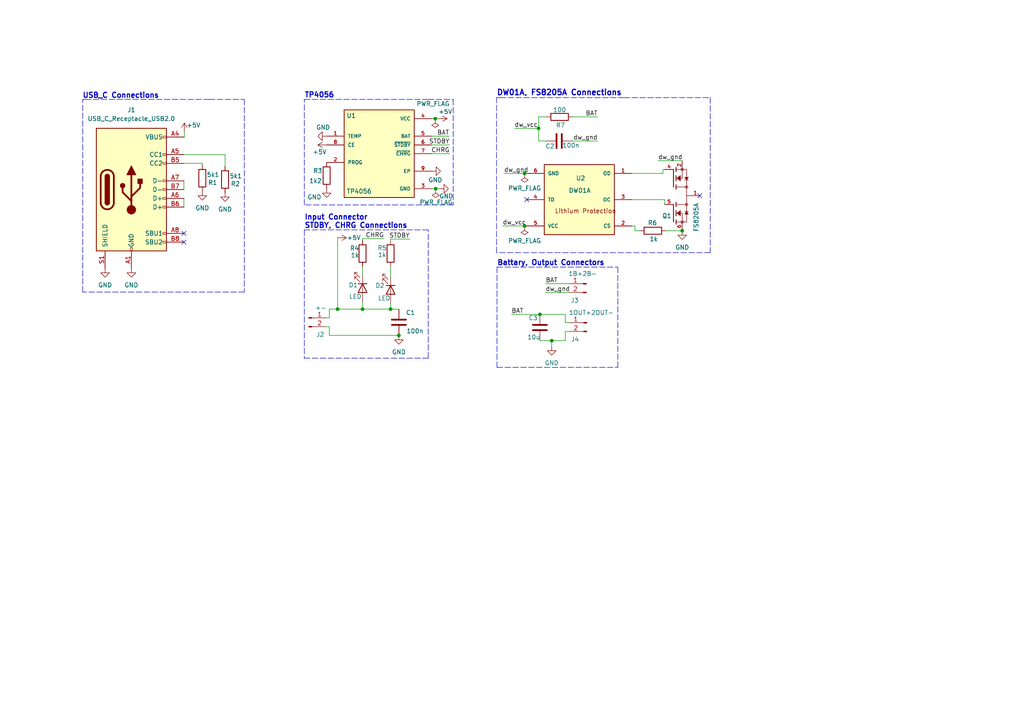
<source format=kicad_sch>
(kicad_sch (version 20230121) (generator eeschema)
  (paper "A4")
  (lib_symbols
    (symbol "Connector:Conn_01x02_Pin" (pin_names (offset 1.016) hide)
      (property "Reference" "J" (at 0 2.54 0))
      (property "Value" "Conn_01x02_Pin" (at 0 -5.08 0))
      (symbol "Conn_01x02_Pin_1_1"
        (polyline (pts (xy 1.27 -2.54) (xy 0.8636 -2.54)) (stroke (width 0.1524)))
        (polyline (pts (xy 1.27 0) (xy 0.8636 0)) (stroke (width 0.1524)))
        (rectangle (start 0.8636 -2.413) (end 0 -2.667) (stroke (width 0.1524)) (fill (type outline)))
        (rectangle (start 0.8636 0.127) (end 0 -0.127) (stroke (width 0.1524)) (fill (type outline)))
        (pin passive line (at 5.08 0 180) (length 3.81) (name "Pin_1") (number "1"))
        (pin passive line (at 5.08 -2.54 180) (length 3.81) (name "Pin_2") (number "2"))
      )
    )
    (symbol "Connector:USB_C_Receptacle_USB2.0" (pin_names (offset 1.016))
      (property "Reference" "J" (at -10.16 19.05 0))
      (property "Value" "USB_C_Receptacle_USB2.0" (at 19.05 19.05 0))
      (symbol "USB_C_Receptacle_USB2.0_0_0"
        (rectangle (start -0.254 -17.78) (end 0.254 -16.764))
        (rectangle (start 10.16 -14.986) (end 9.144 -15.494))
        (rectangle (start 10.16 -12.446) (end 9.144 -12.954))
        (rectangle (start 10.16 -4.826) (end 9.144 -5.334))
        (rectangle (start 10.16 -2.286) (end 9.144 -2.794))
        (rectangle (start 10.16 0.254) (end 9.144 -0.254))
        (rectangle (start 10.16 2.794) (end 9.144 2.286))
        (rectangle (start 10.16 7.874) (end 9.144 7.366))
        (rectangle (start 10.16 10.414) (end 9.144 9.906))
        (rectangle (start 10.16 15.494) (end 9.144 14.986))
      )
      (symbol "USB_C_Receptacle_USB2.0_0_1"
        (rectangle (start -10.16 17.78) (end 10.16 -17.78) (stroke (width 0.254)) (fill (type background)))
        (arc (start -8.89 -3.81) (mid -6.985 -5.7067) (end -5.08 -3.81) (stroke (width 0.508)))
        (arc (start -7.62 -3.81) (mid -6.985 -4.4423) (end -6.35 -3.81) (stroke (width 0.254)))
        (arc (start -7.62 -3.81) (mid -6.985 -4.4423) (end -6.35 -3.81) (stroke (width 0.254)) (fill (type outline)))
        (rectangle (start -7.62 -3.81) (end -6.35 3.81) (stroke (width 0.254)) (fill (type outline)))
        (arc (start -6.35 3.81) (mid -6.985 4.4423) (end -7.62 3.81) (stroke (width 0.254)))
        (arc (start -6.35 3.81) (mid -6.985 4.4423) (end -7.62 3.81) (stroke (width 0.254)) (fill (type outline)))
        (arc (start -5.08 3.81) (mid -6.985 5.7067) (end -8.89 3.81) (stroke (width 0.508)))
        (circle (center -2.54 1.143) (radius 0.635) (stroke (width 0.254)) (fill (type outline)))
        (circle (center 0 -5.842) (radius 1.27) (fill (type outline)))
        (polyline (pts (xy -8.89 -3.81) (xy -8.89 3.81)) (stroke (width 0.508)))
        (polyline (pts (xy -5.08 3.81) (xy -5.08 -3.81)) (stroke (width 0.508)))
        (polyline (pts (xy 0 -5.842) (xy 0 4.318)) (stroke (width 0.508)))
        (polyline (pts (xy 0 -3.302) (xy -2.54 -0.762) (xy -2.54 0.508)) (stroke (width 0.508)))
        (polyline (pts (xy 0 -2.032) (xy 2.54 0.508) (xy 2.54 1.778)) (stroke (width 0.508)))
        (polyline (pts (xy -1.27 4.318) (xy 0 6.858) (xy 1.27 4.318) (xy -1.27 4.318)) (stroke (width 0.254)) (fill (type outline)))
        (rectangle (start 1.905 1.778) (end 3.175 3.048) (stroke (width 0.254)) (fill (type outline)))
      )
      (symbol "USB_C_Receptacle_USB2.0_1_1"
        (pin passive line (at 0 -22.86 90) (length 5.08) (name "GND") (number "A1"))
        (pin passive line (at 0 -22.86 90) (length 5.08) hide (name "GND") (number "A12"))
        (pin passive line (at 15.24 15.24 180) (length 5.08) (name "VBUS") (number "A4"))
        (pin bidirectional line (at 15.24 10.16 180) (length 5.08) (name "CC1") (number "A5"))
        (pin bidirectional line (at 15.24 -2.54 180) (length 5.08) (name "D+") (number "A6"))
        (pin bidirectional line (at 15.24 2.54 180) (length 5.08) (name "D-") (number "A7"))
        (pin bidirectional line (at 15.24 -12.7 180) (length 5.08) (name "SBU1") (number "A8"))
        (pin passive line (at 15.24 15.24 180) (length 5.08) hide (name "VBUS") (number "A9"))
        (pin passive line (at 0 -22.86 90) (length 5.08) hide (name "GND") (number "B1"))
        (pin passive line (at 0 -22.86 90) (length 5.08) hide (name "GND") (number "B12"))
        (pin passive line (at 15.24 15.24 180) (length 5.08) hide (name "VBUS") (number "B4"))
        (pin bidirectional line (at 15.24 7.62 180) (length 5.08) (name "CC2") (number "B5"))
        (pin bidirectional line (at 15.24 -5.08 180) (length 5.08) (name "D+") (number "B6"))
        (pin bidirectional line (at 15.24 0 180) (length 5.08) (name "D-") (number "B7"))
        (pin bidirectional line (at 15.24 -15.24 180) (length 5.08) (name "SBU2") (number "B8"))
        (pin passive line (at 15.24 15.24 180) (length 5.08) hide (name "VBUS") (number "B9"))
        (pin passive line (at -7.62 -22.86 90) (length 5.08) (name "SHIELD") (number "S1"))
      )
    )
    (symbol "DW01A:DW01A" (pin_names (offset 1.016))
      (property "Reference" "U" (at -5.08 11.43 0))
      (property "Value" "DW01A" (at -5.08 -12.7 0))
      (symbol "DW01A_0_0"
        (rectangle (start -10.16 -10.16) (end 10.16 10.16) (stroke (width 0.254)) (fill (type background)))
        (text "Lithium Protection" (at -7.112 2.54 0) (effects (font (size 1.27 1.27)) (justify left bottom)))
        (pin bidirectional line (at 15.24 -7.62 180) (length 5.08) (name "OD") (number "1"))
        (pin bidirectional line (at 15.24 7.62 180) (length 5.08) (name "CS") (number "2"))
        (pin bidirectional line (at 15.24 0 180) (length 5.08) (name "OC") (number "3"))
        (pin bidirectional line (at -15.24 0 0) (length 5.08) (name "TD") (number "4"))
        (pin power_in line (at -15.24 7.62 0) (length 5.08) (name "VCC") (number "5"))
        (pin power_in line (at -15.24 -7.62 0) (length 5.08) (name "GND") (number "6"))
      )
    )
    (symbol "Device:C" (pin_numbers hide) (pin_names (offset 0.254))
      (property "Reference" "C" (at 0.635 2.54 0))
      (property "Value" "C" (at 0.635 -2.54 0))
      (symbol "C_0_1"
        (polyline (pts (xy -2.032 -0.762) (xy 2.032 -0.762)) (stroke (width 0.508)))
        (polyline (pts (xy -2.032 0.762) (xy 2.032 0.762)) (stroke (width 0.508)))
      )
      (symbol "C_1_1"
        (pin passive line (at 0 3.81 270) (length 2.794) (name "~") (number "1"))
        (pin passive line (at 0 -3.81 90) (length 2.794) (name "~") (number "2"))
      )
    )
    (symbol "Device:LED" (pin_numbers hide) (pin_names (offset 1.016) hide)
      (property "Reference" "D" (at 0 2.54 0))
      (property "Value" "LED" (at 0 -2.54 0))
      (symbol "LED_0_1"
        (polyline (pts (xy -1.27 -1.27) (xy -1.27 1.27)) (stroke (width 0.254)))
        (polyline (pts (xy -1.27 0) (xy 1.27 0)))
        (polyline (pts (xy 1.27 -1.27) (xy 1.27 1.27) (xy -1.27 0) (xy 1.27 -1.27)) (stroke (width 0.254)))
        (polyline (pts (xy -3.048 -0.762) (xy -4.572 -2.286) (xy -3.81 -2.286) (xy -4.572 -2.286) (xy -4.572 -1.524)))
        (polyline (pts (xy -1.778 -0.762) (xy -3.302 -2.286) (xy -2.54 -2.286) (xy -3.302 -2.286) (xy -3.302 -1.524)))
      )
      (symbol "LED_1_1"
        (pin passive line (at -3.81 0 0) (length 2.54) (name "K") (number "1"))
        (pin passive line (at 3.81 0 180) (length 2.54) (name "A") (number "2"))
      )
    )
    (symbol "Device:R" (pin_numbers hide) (pin_names (offset 0))
      (property "Reference" "R" (at 2.032 0 90))
      (property "Value" "R" (at 0 0 90))
      (symbol "R_0_1"
        (rectangle (start -1.016 -2.54) (end 1.016 2.54) (stroke (width 0.254)))
      )
      (symbol "R_1_1"
        (pin passive line (at 0 3.81 270) (length 1.27) (name "~") (number "1"))
        (pin passive line (at 0 -3.81 90) (length 1.27) (name "~") (number "2"))
      )
    )
    (symbol "FS8205A:FS8205A" (pin_names (offset 1.016))
      (property "Reference" "Q" (at -11.43 7.62 0))
      (property "Value" "FS8205A" (at -11.43 -12.7 0))
      (symbol "FS8205A_0_0"
        (circle (center 0 -7.62) (radius 0.3592))
        (polyline (pts (xy -2.54 -2.54) (xy -2.54 -7.62)) (stroke (width 0.254)))
        (polyline (pts (xy -2.54 7.62) (xy -2.54 2.54)) (stroke (width 0.254)))
        (polyline (pts (xy -1.778 -7.62) (xy -1.778 -8.255)) (stroke (width 0.254)))
        (polyline (pts (xy -1.778 -6.985) (xy -1.778 -7.62)) (stroke (width 0.254)))
        (polyline (pts (xy -1.778 -5.08) (xy -1.778 -5.842)) (stroke (width 0.254)))
        (polyline (pts (xy -1.778 -5.08) (xy 0 -5.08)) (stroke (width 0.1524)))
        (polyline (pts (xy -1.778 -4.318) (xy -1.778 -5.08)) (stroke (width 0.254)))
        (polyline (pts (xy -1.778 -2.54) (xy -1.778 -3.175)) (stroke (width 0.254)))
        (polyline (pts (xy -1.778 -2.54) (xy 1.27 -2.54)) (stroke (width 0.1524)))
        (polyline (pts (xy -1.778 -1.905) (xy -1.778 -2.54)) (stroke (width 0.254)))
        (polyline (pts (xy -1.778 2.54) (xy -1.778 1.905)) (stroke (width 0.254)))
        (polyline (pts (xy -1.778 3.175) (xy -1.778 2.54)) (stroke (width 0.254)))
        (polyline (pts (xy -1.778 5.08) (xy -1.778 4.318)) (stroke (width 0.254)))
        (polyline (pts (xy -1.778 5.08) (xy 0 5.08)) (stroke (width 0.1524)))
        (polyline (pts (xy -1.778 5.842) (xy -1.778 5.08)) (stroke (width 0.254)))
        (polyline (pts (xy -1.778 7.62) (xy -1.778 6.985)) (stroke (width 0.254)))
        (polyline (pts (xy -1.778 7.62) (xy 1.27 7.62)) (stroke (width 0.1524)))
        (polyline (pts (xy -1.778 8.255) (xy -1.778 7.62)) (stroke (width 0.254)))
        (polyline (pts (xy 0 -7.62) (xy -1.778 -7.62)) (stroke (width 0.1524)))
        (polyline (pts (xy 0 -7.62) (xy 1.27 -7.62)) (stroke (width 0.1524)))
        (polyline (pts (xy 0 -5.08) (xy 0 -7.62)) (stroke (width 0.1524)))
        (polyline (pts (xy 0 7.62) (xy 0 5.08)) (stroke (width 0.1524)))
        (polyline (pts (xy 0.762 4.572) (xy 1.27 4.572)) (stroke (width 0.1524)))
        (polyline (pts (xy 1.27 -4.572) (xy 0.762 -4.572)) (stroke (width 0.1524)))
        (polyline (pts (xy 1.27 -4.572) (xy 1.27 -7.62)) (stroke (width 0.1524)))
        (polyline (pts (xy 1.27 -2.54) (xy 1.27 -4.572)) (stroke (width 0.1524)))
        (polyline (pts (xy 1.27 -2.54) (xy 1.27 0)) (stroke (width 0.1524)))
        (polyline (pts (xy 1.27 0) (xy 1.27 2.54)) (stroke (width 0.1524)))
        (polyline (pts (xy 1.27 0) (xy 2.54 0)) (stroke (width 0.1524)))
        (polyline (pts (xy 1.27 2.54) (xy -1.778 2.54)) (stroke (width 0.1524)))
        (polyline (pts (xy 1.27 2.54) (xy 1.27 4.572)) (stroke (width 0.1524)))
        (polyline (pts (xy 1.27 4.572) (xy 1.27 7.62)) (stroke (width 0.1524)))
        (polyline (pts (xy 1.27 4.572) (xy 1.778 4.572)) (stroke (width 0.1524)))
        (polyline (pts (xy 1.778 -4.572) (xy 1.27 -4.572)) (stroke (width 0.1524)))
        (polyline (pts (xy -1.524 -5.08) (xy -0.508 -4.318) (xy -0.508 -5.842) (xy -1.524 -5.08)) (stroke (width 0.1524)) (fill (type outline)))
        (polyline (pts (xy -1.524 5.08) (xy -0.508 5.842) (xy -0.508 4.318) (xy -1.524 5.08)) (stroke (width 0.1524)) (fill (type outline)))
        (polyline (pts (xy 1.27 -4.572) (xy 0.762 -5.334) (xy 1.778 -5.334) (xy 1.27 -4.572)) (stroke (width 0.1524)) (fill (type outline)))
        (polyline (pts (xy 1.27 4.572) (xy 1.778 5.334) (xy 0.762 5.334) (xy 1.27 4.572)) (stroke (width 0.1524)) (fill (type outline)))
        (circle (center 0 7.62) (radius 0.3592))
        (circle (center 1.27 -2.54) (radius 0.3592))
        (circle (center 1.27 2.54) (radius 0.3592))
        (pin passive line (at 5.08 0 180) (length 2.54) (name "~") (number "1"))
        (pin passive line (at 0 -10.16 90) (length 2.54) (name "~") (number "2"))
        (pin passive line (at -5.08 -7.62 0) (length 2.54) (name "~") (number "4"))
        (pin passive line (at -5.08 2.54 0) (length 2.54) (name "~") (number "5"))
        (pin passive line (at 0 10.16 270) (length 2.54) (name "~") (number "6"))
      )
    )
    (symbol "TP4056:TP4056" (pin_names (offset 1.016))
      (property "Reference" "U" (at -10.16 13.208 0))
      (property "Value" "TP4056" (at -10.16 -15.24 0))
      (symbol "TP4056_0_0"
        (rectangle (start -10.16 -12.7) (end 10.16 12.7) (stroke (width 0.254)) (fill (type background)))
        (pin input line (at -15.24 5.08 0) (length 5.08) (name "TEMP") (number "1"))
        (pin bidirectional line (at -15.24 -2.54 0) (length 5.08) (name "PROG") (number "2"))
        (pin power_in line (at 15.24 -10.16 180) (length 5.08) (name "GND") (number "3"))
        (pin power_in line (at 15.24 10.16 180) (length 5.08) (name "VCC") (number "4"))
        (pin output line (at 15.24 5.08 180) (length 5.08) (name "BAT") (number "5"))
        (pin output line (at 15.24 2.54 180) (length 5.08) (name "~{STDBY}") (number "6"))
        (pin output line (at 15.24 0 180) (length 5.08) (name "~{CHRG}") (number "7"))
        (pin input line (at -15.24 2.54 0) (length 5.08) (name "CE") (number "8"))
        (pin passive line (at 15.24 -5.08 180) (length 5.08) (name "EP") (number "9"))
      )
    )
    (symbol "power:+5V" (power) (pin_names (offset 0))
      (property "Value" "+5V" (at 0 3.556 0))
      (symbol "+5V_0_1"
        (polyline (pts (xy -0.762 1.27) (xy 0 2.54)))
        (polyline (pts (xy 0 0) (xy 0 2.54)))
        (polyline (pts (xy 0 2.54) (xy 0.762 1.27)))
      )
      (symbol "+5V_1_1"
        (pin power_in line (at 0 0 90) (length 0) hide (name "+5V") (number "1"))
      )
    )
    (symbol "power:GND" (power) (pin_names (offset 0))
      (property "Value" "GND" (at 0 -3.81 0))
      (symbol "GND_0_1"
        (polyline (pts (xy 0 0) (xy 0 -1.27) (xy 1.27 -1.27) (xy 0 -2.54) (xy -1.27 -1.27) (xy 0 -1.27)))
      )
      (symbol "GND_1_1"
        (pin power_in line (at 0 0 270) (length 0) hide (name "GND") (number "1"))
      )
    )
    (symbol "power:PWR_FLAG" (power) (pin_numbers hide) (pin_names (offset 0) hide)
      (property "Value" "PWR_FLAG" (at 0 3.81 0))
      (symbol "PWR_FLAG_0_0"
        (pin power_out line (at 0 0 90) (length 0) (name "pwr") (number "1"))
      )
      (symbol "PWR_FLAG_0_1"
        (polyline (pts (xy 0 0) (xy 0 1.27) (xy -1.016 1.905) (xy 0 2.54) (xy 1.016 1.905) (xy 0 1.27)))
      )
    )
  )
  (junction (at 105.156 89.662))
  (junction (at 156.21 37.211))
  (junction (at 126.238 34.417))
  (junction (at 126.365 54.737))
  (junction (at 197.866 66.929))
  (junction (at 113.284 89.662))
  (junction (at 115.697 97.282))
  (junction (at 156.591 91.186))
  (junction (at 152.146 65.532))
  (junction (at 152.146 50.292))
  (junction (at 97.917 89.662))
  (junction (at 160.02 98.806))
  (no_connect (at 53.34 67.691))
  (no_connect (at 152.781 57.912))
  (no_connect (at 202.946 56.769))
  (no_connect (at 53.34 70.231))
  (wire (pts (xy 163.957 91.186) (xy 156.591 91.186)))
  (polyline (pts (xy 124.206 28.829) (xy 88.265 28.829)) (stroke (width 0) (type dash)))
  (polyline (pts (xy 124.206 103.886) (xy 124.206 66.675)) (stroke (width 0) (type dash)))
  (polyline (pts (xy 205.994 28.321) (xy 205.994 73.279)) (stroke (width 0) (type dash)))
  (wire (pts (xy 53.34 39.751) (xy 53.467 39.751)))
  (wire (pts (xy 165.1 96.139) (xy 163.957 96.139)))
  (wire (pts (xy 160.02 98.806) (xy 156.591 98.806)))
  (wire (pts (xy 152.146 65.532) (xy 152.781 65.532)))
  (wire (pts (xy 192.278 49.149) (xy 192.278 50.292)))
  (wire (pts (xy 184.15 66.929) (xy 185.547 66.929)))
  (wire (pts (xy 125.222 39.497) (xy 130.302 39.497)))
  (wire (pts (xy 183.261 65.532) (xy 184.15 65.532)))
  (wire (pts (xy 105.156 89.662) (xy 113.284 89.662)))
  (polyline (pts (xy 131.445 28.829) (xy 131.445 59.436)) (stroke (width 0) (type dash)))
  (polyline (pts (xy 145.034 28.321) (xy 180.975 28.321)) (stroke (width 0) (type dash)))
  (wire (pts (xy 148.336 91.186) (xy 156.591 91.186)))
  (wire (pts (xy 95.504 94.742) (xy 95.504 97.282)))
  (wire (pts (xy 192.786 57.912) (xy 192.786 59.309)))
  (polyline (pts (xy 88.265 103.886) (xy 124.206 103.886)) (stroke (width 0) (type dash)))
  (polyline (pts (xy 144.145 77.47) (xy 144.145 106.553)) (stroke (width 0) (type dash)))
  (wire (pts (xy 53.34 52.451) (xy 53.34 54.991)))
  (wire (pts (xy 105.156 77.343) (xy 105.156 79.756)))
  (polyline (pts (xy 205.994 73.279) (xy 144.018 73.279)) (stroke (width 0) (type dash)))
  (wire (pts (xy 149.225 37.211) (xy 156.21 37.211)))
  (wire (pts (xy 53.34 44.831) (xy 65.278 44.831)))
  (wire (pts (xy 97.917 89.662) (xy 105.156 89.662)))
  (polyline (pts (xy 60.706 28.829) (xy 70.866 28.829)) (stroke (width 0) (type dash)))
  (wire (pts (xy 113.284 77.343) (xy 113.284 80.264)))
  (wire (pts (xy 156.21 33.909) (xy 158.496 33.909)))
  (polyline (pts (xy 144.145 77.47) (xy 179.197 77.47)) (stroke (width 0) (type dash)))
  (polyline (pts (xy 144.018 28.321) (xy 145.034 28.321)) (stroke (width 0) (type dash)))
  (polyline (pts (xy 88.265 59.436) (xy 88.265 28.829)) (stroke (width 0) (type dash)))
  (polyline (pts (xy 179.197 77.47) (xy 179.197 106.553)) (stroke (width 0) (type dash)))
  (polyline (pts (xy 124.206 28.829) (xy 131.445 28.829)) (stroke (width 0) (type dash)))
  (wire (pts (xy 158.242 84.836) (xy 164.973 84.836)))
  (polyline (pts (xy 24.003 84.709) (xy 24.003 28.829)) (stroke (width 0) (type dash)))
  (wire (pts (xy 127.508 54.737) (xy 126.365 54.737)))
  (wire (pts (xy 158.369 40.894) (xy 156.21 40.894)))
  (wire (pts (xy 127.127 34.417) (xy 126.238 34.417)))
  (wire (pts (xy 94.615 94.742) (xy 95.504 94.742)))
  (wire (pts (xy 190.881 46.609) (xy 197.866 46.609)))
  (wire (pts (xy 193.167 66.929) (xy 197.866 66.929)))
  (wire (pts (xy 97.917 68.961) (xy 97.917 89.662)))
  (wire (pts (xy 95.504 89.662) (xy 97.917 89.662)))
  (wire (pts (xy 158.242 82.296) (xy 164.973 82.296)))
  (polyline (pts (xy 24.003 28.829) (xy 24.765 28.829)) (stroke (width 0) (type dash)))
  (polyline (pts (xy 24.765 28.829) (xy 60.706 28.829)) (stroke (width 0) (type dash)))
  (wire (pts (xy 156.21 40.894) (xy 156.21 37.211)))
  (wire (pts (xy 53.34 47.371) (xy 58.674 47.371)))
  (polyline (pts (xy 144.145 106.553) (xy 179.197 106.553)) (stroke (width 0) (type dash)))
  (wire (pts (xy 126.365 54.737) (xy 125.222 54.737)))
  (wire (pts (xy 156.21 37.211) (xy 156.21 33.909)))
  (wire (pts (xy 95.504 97.282) (xy 115.697 97.282)))
  (wire (pts (xy 145.796 65.532) (xy 152.146 65.532)))
  (wire (pts (xy 126.238 34.417) (xy 125.222 34.417)))
  (wire (pts (xy 94.615 92.202) (xy 95.504 92.202)))
  (wire (pts (xy 53.467 39.751) (xy 53.467 38.227)))
  (polyline (pts (xy 180.975 28.321) (xy 205.994 28.321)) (stroke (width 0) (type dash)))
  (wire (pts (xy 146.177 50.292) (xy 152.146 50.292)))
  (wire (pts (xy 166.116 33.909) (xy 173.355 33.909)))
  (wire (pts (xy 105.156 87.376) (xy 105.156 89.662)))
  (wire (pts (xy 105.156 69.215) (xy 111.379 69.215)))
  (wire (pts (xy 113.284 89.662) (xy 115.697 89.662)))
  (wire (pts (xy 163.957 96.139) (xy 163.957 98.806)))
  (wire (pts (xy 125.222 44.577) (xy 130.429 44.577)))
  (wire (pts (xy 58.674 47.371) (xy 58.674 47.879)))
  (wire (pts (xy 165.989 40.894) (xy 173.355 40.894)))
  (wire (pts (xy 160.02 100.457) (xy 160.02 98.806)))
  (wire (pts (xy 113.284 69.342) (xy 113.284 69.723)))
  (wire (pts (xy 105.156 69.723) (xy 105.156 69.215)))
  (wire (pts (xy 53.34 57.531) (xy 53.34 60.071)))
  (polyline (pts (xy 70.866 28.829) (xy 70.866 84.709)) (stroke (width 0) (type dash)))
  (wire (pts (xy 192.278 50.292) (xy 183.261 50.292)))
  (wire (pts (xy 113.284 87.884) (xy 113.284 89.662)))
  (polyline (pts (xy 70.866 84.709) (xy 24.003 84.709)) (stroke (width 0) (type dash)))
  (wire (pts (xy 183.261 57.912) (xy 192.786 57.912)))
  (wire (pts (xy 184.15 65.532) (xy 184.15 66.929)))
  (polyline (pts (xy 131.445 59.436) (xy 88.265 59.436)) (stroke (width 0) (type dash)))
  (wire (pts (xy 160.02 98.806) (xy 163.957 98.806)))
  (polyline (pts (xy 144.018 73.279) (xy 144.018 28.321)) (stroke (width 0) (type dash)))
  (polyline (pts (xy 88.265 66.675) (xy 88.265 103.886)) (stroke (width 0) (type dash)))
  (wire (pts (xy 163.957 93.599) (xy 163.957 91.186)))
  (wire (pts (xy 113.284 69.342) (xy 118.872 69.342)))
  (wire (pts (xy 125.222 42.037) (xy 130.429 42.037)))
  (wire (pts (xy 192.278 49.149) (xy 192.786 49.149)))
  (wire (pts (xy 65.278 44.831) (xy 65.278 48.26)))
  (wire (pts (xy 95.504 92.202) (xy 95.504 89.662)))
  (wire (pts (xy 152.146 50.292) (xy 152.781 50.292)))
  (wire (pts (xy 165.1 93.599) (xy 163.957 93.599)))
  (polyline (pts (xy 124.206 66.675) (xy 88.265 66.675)) (stroke (width 0) (type dash)))
  (text "TP4056" (at 88.265 28.575 0) (effects (font (size 1.5 1.5) (thickness 0.3) bold) (justify left bottom)))
  (text "Battary, Output Connectors" (at 144.145 77.216 0) (effects (font (size 1.5 1.5) bold) (justify left bottom)))
  (text "DW01A, FS8205A Connections" (at 144.018 27.94 0) (effects (font (size 1.6 1.6) bold) (justify left bottom)))
  (text "USB_C Connections" (at 23.876 28.702 0) (effects (font (size 1.5 1.5) bold) (justify left bottom)))
  (text "Input Connector\nSTDBY, CHRG Connections\n" (at 88.265 66.421 0) (effects (font (size 1.5 1.5) (thickness 0.3) bold) (justify left bottom)))
  (label "CHRG" (at 111.379 69.215 180))
  (label "dw_gnd" (at 190.881 46.609 0))
  (label "BAT" (at 173.355 33.909 180))
  (label "dw_gnd" (at 146.177 50.292 0))
  (label "dw_vcc" (at 145.796 65.532 0))
  (label "BAT" (at 148.336 91.186 0))
  (label "BAT" (at 130.302 39.497 180))
  (label "CHRG" (at 130.429 44.577 180))
  (label "dw_gnd" (at 173.355 40.894 180))
  (label "dw_vcc" (at 149.225 37.211 0))
  (label "BAT" (at 158.242 82.296 0))
  (label "dw_gnd" (at 158.242 84.836 0))
  (label "STDBY" (at 118.872 69.342 180))
  (label "STDBY" (at 130.429 42.037 180))
  (symbol (lib_id "Device:LED") (at 105.156 83.566 270) (unit 1)
    (property "Reference" "D1" (at 101.092 82.677 90) (effects (justify left)))
    (property "Value" "LED" (at 101.219 85.979 90) (effects (justify left)))
    (property "Footprint" "LED_SMD:LED_0805_2012Metric_Pad1.15x1.40mm_HandSolder" (effects hide))
  )
  (symbol (lib_id "Device:C") (at 156.591 94.996 0) (unit 1)
    (property "Reference" "C3" (at 153.289 92.202 0) (effects (justify left)))
    (property "Value" "10u" (at 152.908 97.79 0) (effects (justify left)))
    (property "Footprint" "Capacitor_SMD:C_0603_1608Metric_Pad1.08x0.95mm_HandSolder" (effects hide))
  )
  (symbol (lib_id "power:+5V") (at 94.742 42.037 90) (unit 1)
    (property "Reference" "#PWR015" (effects hide))
    (property "Value" "+5V" (at 92.71 44.069 90))
  )
  (symbol (lib_id "power:GND") (at 115.697 97.282 0) (unit 1)
    (property "Reference" "#PWR010" (effects hide))
    (property "Value" "GND" (at 115.697 102.108 0))
  )
  (symbol (lib_id "power:GND") (at 127.508 54.737 90) (unit 1)
    (property "Reference" "#PWR017" (effects hide))
    (property "Value" "GND" (at 127.381 56.896 90) (effects (justify right)))
  )
  (symbol (lib_id "power:GND") (at 197.866 66.929 0) (unit 1)
    (property "Reference" "#PWR020" (effects hide))
    (property "Value" "GND" (at 197.866 71.755 0))
  )
  (symbol (lib_id "Connector:Conn_01x02_Pin") (at 89.535 92.202 0) (unit 1)
    (property "Reference" "J2" (at 94.107 97.028 0) (effects (justify right)))
    (property "Value" "+-" (at 94.742 89.281 0) (effects (justify right)))
    (property "Footprint" "Connector_PinHeader_2.54mm:PinHeader_1x02_P2.54mm_Vertical_SMD_Pin1Left" (effects hide))
  )
  (symbol (lib_id "power:GND") (at 38.1 77.851 0) (unit 1)
    (property "Reference" "#PWR02" (effects hide))
    (property "Value" "GND" (at 38.1 82.677 0))
  )
  (symbol (lib_id "power:GND") (at 125.222 49.657 90) (unit 1)
    (property "Reference" "#PWR018" (effects hide))
    (property "Value" "GND" (at 124.206 52.197 90) (effects (justify right)))
  )
  (symbol (lib_id "power:+5V") (at 97.917 68.961 270) (unit 1)
    (property "Reference" "#PWR09" (effects hide))
    (property "Value" "+5V" (at 102.616 68.961 90))
  )
  (symbol (lib_id "Connector:Conn_01x02_Pin") (at 170.053 82.296 0) (mirror y) (unit 1)
    (property "Reference" "J3" (at 165.481 87.122 0) (effects (justify right)))
    (property "Value" "1B+2B-" (at 164.846 79.375 0) (effects (justify right)))
    (property "Footprint" "Connector_PinHeader_2.54mm:PinHeader_1x02_P2.54mm_Vertical_SMD_Pin1Left" (effects hide))
  )
  (symbol (lib_id "power:GND") (at 65.278 55.88 0) (unit 1)
    (property "Reference" "#PWR05" (effects hide))
    (property "Value" "GND" (at 65.278 60.706 0))
  )
  (symbol (lib_id "Connector:Conn_01x02_Pin") (at 170.18 93.599 0) (mirror y) (unit 1)
    (property "Reference" "J4" (at 165.608 98.425 0) (effects (justify right)))
    (property "Value" "1OUT+2OUT- " (at 164.973 90.678 0) (effects (justify right)))
    (property "Footprint" "Connector_PinHeader_2.54mm:PinHeader_1x02_P2.54mm_Vertical_SMD_Pin1Left" (effects hide))
  )
  (symbol (lib_id "power:GND") (at 94.742 54.737 0) (unit 1)
    (property "Reference" "#PWR016" (effects hide))
    (property "Value" "GND" (at 91.186 57.15 0))
  )
  (symbol (lib_id "Device:R") (at 189.357 66.929 90) (unit 1)
    (property "Reference" "R6" (at 189.23 64.643 90))
    (property "Value" "1k" (at 189.611 69.342 90))
    (property "Footprint" "Resistor_SMD:R_0805_2012Metric_Pad1.20x1.40mm_HandSolder" (effects hide))
  )
  (symbol (lib_id "power:GND") (at 94.742 39.497 270) (unit 1)
    (property "Reference" "#PWR014" (effects hide))
    (property "Value" "GND" (at 95.758 36.957 90) (effects (justify right)))
  )
  (symbol (lib_id "Device:C") (at 162.179 40.894 90) (unit 1)
    (property "Reference" "C2" (at 159.512 42.418 90))
    (property "Value" "100n" (at 165.608 42.164 90))
    (property "Footprint" "Capacitor_SMD:C_0805_2012Metric_Pad1.18x1.45mm_HandSolder" (effects hide))
  )
  (symbol (lib_id "Device:R") (at 162.306 33.909 90) (unit 1)
    (property "Reference" "R7" (at 162.56 36.322 90))
    (property "Value" "100" (at 162.306 31.877 90))
    (property "Footprint" "Resistor_SMD:R_0805_2012Metric_Pad1.20x1.40mm_HandSolder" (effects hide))
  )
  (symbol (lib_id "Device:C") (at 115.697 93.472 0) (unit 1)
    (property "Reference" "C1" (at 117.729 90.678 0) (effects (justify left)))
    (property "Value" "100n" (at 117.856 96.012 0) (effects (justify left)))
    (property "Footprint" "Capacitor_SMD:C_0805_2012Metric_Pad1.18x1.45mm_HandSolder" (effects hide))
  )
  (symbol (lib_id "power:PWR_FLAG") (at 126.238 34.417 180) (unit 1)
    (property "Reference" "#FLG03" (effects hide))
    (property "Value" "PWR_FLAG" (at 125.603 30.099 0))
  )
  (symbol (lib_id "power:GND") (at 30.48 77.851 0) (unit 1)
    (property "Reference" "#PWR01" (effects hide))
    (property "Value" "GND" (at 30.48 82.677 0))
  )
  (symbol (lib_id "Device:R") (at 58.674 51.689 0) (unit 1)
    (property "Reference" "R1" (at 60.325 52.959 0) (effects (justify left)))
    (property "Value" "5k1" (at 59.944 50.673 0) (effects (justify left)))
    (property "Footprint" "Resistor_SMD:R_0805_2012Metric_Pad1.20x1.40mm_HandSolder" (effects hide))
  )
  (symbol (lib_id "power:+5V") (at 53.467 38.227 0) (unit 1)
    (property "Reference" "#PWR03" (effects hide))
    (property "Value" "+5V" (at 56.134 36.322 0))
  )
  (symbol (lib_id "FS8205A:FS8205A") (at 197.866 56.769 0) (mirror x) (unit 1)
    (property "Reference" "Q1" (at 192.024 62.611 0) (effects (justify left)))
    (property "Value" "FS8205A" (at 201.93 58.801 90) (effects (justify left)))
    (property "Footprint" "fs8205a_footprt:SOP65P640X120-8N" (effects hide))
    (property "MF" "Fortune Semiconductor" (effects hide))
    (property "MAXIMUM_PACKAGE_HEIGHT" "1.2mm" (effects hide))
    (property "Package" "Package" (effects hide))
    (property "Price" "None" (effects hide))
    (property "Check_prices" "https://www.snapeda.com/parts/FS8205A/Fortune+Semiconductor/view-part/?ref=eda" (effects hide))
    (property "STANDARD" "IPC 7351B" (effects hide))
    (property "PARTREV" "1.7" (effects hide))
    (property "SnapEDA_Link" "https://www.snapeda.com/parts/FS8205A/Fortune+Semiconductor/view-part/?ref=snap" (effects hide))
    (property "MP" "FS8205A" (effects hide))
    (property "Description" "\n" (effects hide))
    (property "Availability" "Not in stock" (effects hide))
    (property "MANUFACTURER" "Fortune Semiconductor" (effects hide))
  )
  (symbol (lib_id "power:GND") (at 58.674 55.499 0) (unit 1)
    (property "Reference" "#PWR04" (effects hide))
    (property "Value" "GND" (at 58.674 60.325 0))
  )
  (symbol (lib_id "power:PWR_FLAG") (at 126.365 54.737 180) (unit 1)
    (property "Reference" "#FLG04" (effects hide))
    (property "Value" "PWR_FLAG" (at 126.492 58.674 0))
  )
  (symbol (lib_id "Device:R") (at 94.742 50.927 180) (unit 1)
    (property "Reference" "R3" (at 90.805 49.53 0) (effects (justify right)))
    (property "Value" "1k2" (at 89.662 52.451 0) (effects (justify right)))
    (property "Footprint" "Resistor_SMD:R_0805_2012Metric_Pad1.20x1.40mm_HandSolder" (effects hide))
  )
  (symbol (lib_id "Device:R") (at 105.156 73.533 0) (unit 1)
    (property "Reference" "R4" (at 101.473 72.009 0) (effects (justify left)))
    (property "Value" "1k" (at 101.727 74.041 0) (effects (justify left)))
    (property "Footprint" "Resistor_SMD:R_0805_2012Metric_Pad1.20x1.40mm_HandSolder" (effects hide))
  )
  (symbol (lib_id "power:PWR_FLAG") (at 152.146 65.532 180) (unit 1)
    (property "Reference" "#FLG02" (effects hide))
    (property "Value" "PWR_FLAG" (at 152.146 69.85 0))
  )
  (symbol (lib_id "Device:R") (at 65.278 52.07 0) (unit 1)
    (property "Reference" "R2" (at 66.929 53.34 0) (effects (justify left)))
    (property "Value" "5k1" (at 66.548 51.054 0) (effects (justify left)))
    (property "Footprint" "Resistor_SMD:R_0805_2012Metric_Pad1.20x1.40mm_HandSolder" (effects hide))
  )
  (symbol (lib_id "Device:R") (at 113.284 73.533 0) (unit 1)
    (property "Reference" "R5" (at 109.474 71.882 0) (effects (justify left)))
    (property "Value" "1k" (at 109.601 73.914 0) (effects (justify left)))
    (property "Footprint" "Resistor_SMD:R_0805_2012Metric_Pad1.20x1.40mm_HandSolder" (effects hide))
  )
  (symbol (lib_id "power:PWR_FLAG") (at 152.146 50.292 180) (unit 1)
    (property "Reference" "#FLG01" (effects hide))
    (property "Value" "PWR_FLAG" (at 152.146 54.61 0))
  )
  (symbol (lib_id "Device:LED") (at 113.284 84.074 270) (unit 1)
    (property "Reference" "D2" (at 108.839 82.804 90) (effects (justify left)))
    (property "Value" "LED" (at 109.601 86.487 90) (effects (justify left)))
    (property "Footprint" "LED_SMD:LED_0805_2012Metric_Pad1.15x1.40mm_HandSolder" (effects hide))
  )
  (symbol (lib_id "Connector:USB_C_Receptacle_USB2.0") (at 38.1 54.991 0) (unit 1)
    (property "Reference" "J1" (at 38.1 31.877 0))
    (property "Value" "USB_C_Receptacle_USB2.0" (at 38.1 34.417 0))
    (property "Footprint" "Connector_USB:USB_C_Receptacle_HRO_TYPE-C-31-M-12" (effects hide))
    (property "Datasheet" "https://www.usb.org/sites/default/files/documents/usb_type-c.zip" (effects hide))
  )
  (symbol (lib_id "power:+5V") (at 127.127 34.417 270) (unit 1)
    (property "Reference" "#PWR013" (effects hide))
    (property "Value" "+5V" (at 129.159 32.385 90))
  )
  (symbol (lib_id "TP4056:TP4056") (at 109.982 44.577 0) (unit 1)
    (property "Reference" "U1" (at 103.251 33.528 0) (effects (justify right)))
    (property "Value" "TP4056" (at 107.823 55.499 0) (effects (justify right)))
    (property "Footprint" "tp4050_footprt:SOP127P600X175-9N" (effects hide))
    (property "MF" "Texas Instruments" (effects hide))
    (property "Description" "\nCharger Li-Ion Article 1A protection, module with IO TP4056 (micro USB)\n" (effects hide))
    (property "Package" "None" (effects hide))
    (property "Price" "None" (effects hide))
    (property "SnapEDA_Link" "https://www.snapeda.com/parts/TP4056/Texas+Instruments/view-part/?ref=snap" (effects hide))
    (property "MP" "TP4056" (effects hide))
    (property "M_PART_NUMBER" "TP4056" (effects hide))
    (property "Availability" "Not in stock" (effects hide))
    (property "Check_prices" "https://www.snapeda.com/parts/TP4056/Texas+Instruments/view-part/?ref=eda" (effects hide))
  )
  (symbol (lib_id "power:GND") (at 160.02 100.457 0) (unit 1)
    (property "Reference" "#PWR019" (effects hide))
    (property "Value" "GND" (at 160.02 105.283 0))
  )
  (symbol (lib_id "DW01A:DW01A") (at 168.021 57.912 0) (mirror x) (unit 1)
    (property "Reference" "U2" (at 168.402 51.689 0))
    (property "Value" "DW01A" (at 168.148 55.245 0))
    (property "Footprint" "dw01a_footprt:SOT23-6" (effects hide))
    (property "MF" "Fortune Semiconductor" (effects hide))
    (property "Description" "\nOne Cell Lithium-ion/Polymer Battery Protection IC\n" (effects hide))
    (property "Package" "SOT-23-6 Fortune Semiconductor" (effects hide))
    (property "Price" "None" (effects hide))
    (property "SnapEDA_Link" "https://www.snapeda.com/parts/DW01A/Fortune+Semiconductor/view-part/?ref=snap" (effects hide))
    (property "MP" "DW01A" (effects hide))
    (property "M_PART_NUMBER" "DW01A" (effects hide))
    (property "Availability" "Not in stock" (effects hide))
    (property "Check_prices" "https://www.snapeda.com/parts/DW01A/Fortune+Semiconductor/view-part/?ref=eda" (effects hide))
  )
)
</source>
